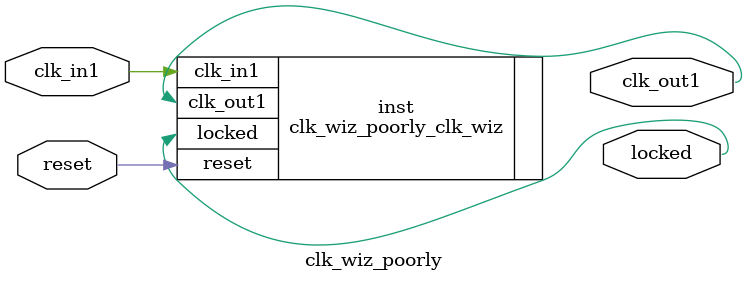
<source format=v>


`timescale 1ps/1ps

(* CORE_GENERATION_INFO = "clk_wiz_poorly,clk_wiz_v6_0_0_0,{component_name=clk_wiz_poorly,use_phase_alignment=true,use_min_o_jitter=false,use_max_i_jitter=false,use_dyn_phase_shift=false,use_inclk_switchover=false,use_dyn_reconfig=false,enable_axi=0,feedback_source=FDBK_AUTO,PRIMITIVE=PLL,num_out_clk=1,clkin1_period=12.5,clkin2_period=10.000,use_power_down=false,use_reset=true,use_locked=true,use_inclk_stopped=false,feedback_type=SINGLE,CLOCK_MGR_TYPE=NA,manual_override=false}" *)

module clk_wiz_poorly 
 (
  // Clock out ports
  output        clk_out1,
  // Status and control signals
  input         reset,
  output        locked,
 // Clock in ports
  input         clk_in1
 );

  clk_wiz_poorly_clk_wiz inst
  (
  // Clock out ports  
  .clk_out1(clk_out1),
  // Status and control signals               
  .reset(reset), 
  .locked(locked),
 // Clock in ports
  .clk_in1(clk_in1)
  );

endmodule

</source>
